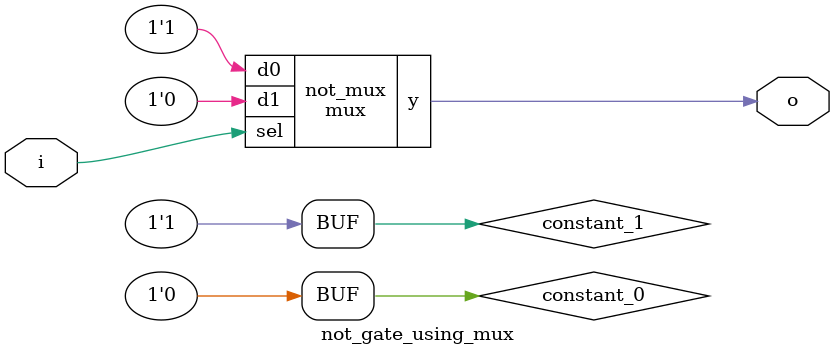
<source format=sv>

module mux
(
  input  d0, d1,
  input  sel,
  output y
);

  assign y = sel ? d1 : d0;

endmodule

//----------------------------------------------------------------------------
// Task
//----------------------------------------------------------------------------

module not_gate_using_mux
(
    input  i,
    output o
);
  wire constant_0 = 1'b0;
  wire constant_1 = 1'b1;

  // Task:
  // Implement not gate using instance(s) of mux,
  // constants 0 and 1, and wire connections
  mux not_mux(
    .d0(constant_1),
    .d1(constant_0),
    .sel(i),
    .y(o)
  );

endmodule

</source>
